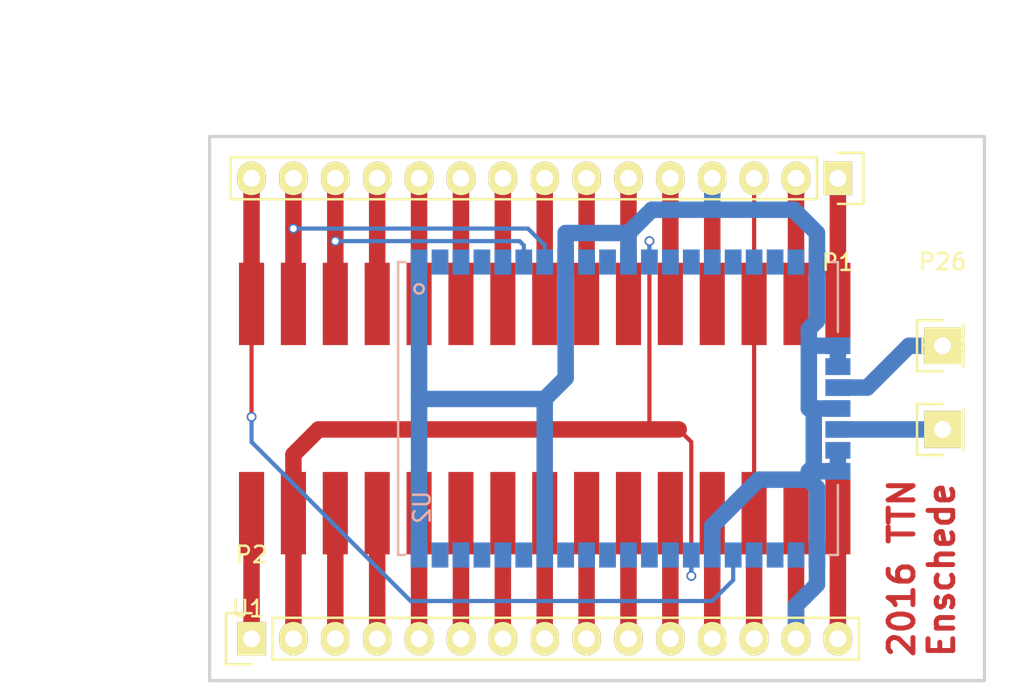
<source format=kicad_pcb>
(kicad_pcb (version 20171130) (host pcbnew "(5.1.12)-1")

  (general
    (thickness 1.6)
    (drawings 7)
    (tracks 114)
    (zones 0)
    (modules 6)
    (nets 31)
  )

  (page A4)
  (layers
    (0 F.Cu signal)
    (31 B.Cu signal)
    (32 B.Adhes user hide)
    (33 F.Adhes user hide)
    (34 B.Paste user hide)
    (35 F.Paste user hide)
    (36 B.SilkS user hide)
    (37 F.SilkS user hide)
    (38 B.Mask user hide)
    (39 F.Mask user hide)
    (40 Dwgs.User user hide)
    (41 Cmts.User user hide)
    (42 Eco1.User user hide)
    (43 Eco2.User user hide)
    (44 Edge.Cuts user)
    (45 Margin user hide)
    (46 B.CrtYd user hide)
    (47 F.CrtYd user hide)
    (48 B.Fab user hide)
    (49 F.Fab user)
  )

  (setup
    (last_trace_width 1)
    (trace_clearance 0.2)
    (zone_clearance 0.3)
    (zone_45_only yes)
    (trace_min 0.2)
    (via_size 0.6)
    (via_drill 0.4)
    (via_min_size 0.4)
    (via_min_drill 0.3)
    (uvia_size 0.3)
    (uvia_drill 0.1)
    (uvias_allowed no)
    (uvia_min_size 0.2)
    (uvia_min_drill 0.1)
    (edge_width 0.2)
    (segment_width 0.2)
    (pcb_text_width 0.3)
    (pcb_text_size 1.5 1.5)
    (mod_edge_width 0.15)
    (mod_text_size 1 1)
    (mod_text_width 0.15)
    (pad_size 1.524 1.524)
    (pad_drill 0.762)
    (pad_to_mask_clearance 0.2)
    (aux_axis_origin 0 0)
    (visible_elements 7FFFFFFF)
    (pcbplotparams
      (layerselection 0x01000_80000001)
      (usegerberextensions true)
      (usegerberattributes true)
      (usegerberadvancedattributes true)
      (creategerberjobfile true)
      (excludeedgelayer true)
      (linewidth 0.100000)
      (plotframeref false)
      (viasonmask false)
      (mode 1)
      (useauxorigin false)
      (hpglpennumber 1)
      (hpglpenspeed 20)
      (hpglpendiameter 15.000000)
      (psnegative false)
      (psa4output false)
      (plotreference false)
      (plotvalue false)
      (plotinvisibletext false)
      (padsonsilk false)
      (subtractmaskfromsilk false)
      (outputformat 1)
      (mirror false)
      (drillshape 0)
      (scaleselection 1)
      (outputdirectory "outputs/"))
  )

  (net 0 "")
  (net 1 Earth)
  (net 2 /ARDUINO_3V)
  (net 3 /SS_UART_RX)
  (net 4 /SS_UART_TX)
  (net 5 /RN_RESET)
  (net 6 /P12)
  (net 7 /P16)
  (net 8 /P1)
  (net 9 /P3)
  (net 10 /P4)
  (net 11 /P5)
  (net 12 /P6)
  (net 13 /P7)
  (net 14 /P8)
  (net 15 /P9)
  (net 16 /P10)
  (net 17 /P11)
  (net 18 /P13)
  (net 19 /P15)
  (net 20 /P17)
  (net 21 /P20)
  (net 22 /P21)
  (net 23 /P22)
  (net 24 /P23)
  (net 25 /P24)
  (net 26 /P25)
  (net 27 /P26)
  (net 28 /P27)
  (net 29 "Net-(P25-Pad1)")
  (net 30 "Net-(P26-Pad1)")

  (net_class Default "This is the default net class."
    (clearance 0.2)
    (trace_width 1)
    (via_dia 0.6)
    (via_drill 0.4)
    (uvia_dia 0.3)
    (uvia_drill 0.1)
    (add_net /ARDUINO_3V)
    (add_net /P1)
    (add_net /P10)
    (add_net /P11)
    (add_net /P12)
    (add_net /P13)
    (add_net /P15)
    (add_net /P16)
    (add_net /P17)
    (add_net /P20)
    (add_net /P21)
    (add_net /P22)
    (add_net /P23)
    (add_net /P24)
    (add_net /P25)
    (add_net /P26)
    (add_net /P27)
    (add_net /P3)
    (add_net /P4)
    (add_net /P5)
    (add_net /P6)
    (add_net /P7)
    (add_net /P8)
    (add_net /P9)
    (add_net /RN_RESET)
    (add_net /SS_UART_RX)
    (add_net /SS_UART_TX)
    (add_net Earth)
    (add_net "Net-(P25-Pad1)")
    (add_net "Net-(P26-Pad1)")
  )

  (module Socket_Strips:Socket_Strip_Straight_1x01 (layer F.Cu) (tedit 54E9F79C) (tstamp 56C73056)
    (at 142.24 81.28)
    (descr "Through hole socket strip")
    (tags "socket strip")
    (path /56C74B6E)
    (fp_text reference P25 (at 0 -5.1) (layer F.SilkS)
      (effects (font (size 1 1) (thickness 0.15)))
    )
    (fp_text value CONN_01X01 (at 0 -3.1) (layer F.Fab)
      (effects (font (size 1 1) (thickness 0.15)))
    )
    (fp_line (start -1.75 -1.75) (end -1.75 1.75) (layer F.CrtYd) (width 0.05))
    (fp_line (start 1.75 -1.75) (end 1.75 1.75) (layer F.CrtYd) (width 0.05))
    (fp_line (start -1.75 -1.75) (end 1.75 -1.75) (layer F.CrtYd) (width 0.05))
    (fp_line (start -1.75 1.75) (end 1.75 1.75) (layer F.CrtYd) (width 0.05))
    (fp_line (start 1.27 1.27) (end 1.27 -1.27) (layer F.SilkS) (width 0.15))
    (fp_line (start -1.55 -1.55) (end 0 -1.55) (layer F.SilkS) (width 0.15))
    (fp_line (start -1.55 -1.55) (end -1.55 1.55) (layer F.SilkS) (width 0.15))
    (fp_line (start -1.55 1.55) (end 0 1.55) (layer F.SilkS) (width 0.15))
    (pad 1 thru_hole rect (at 0 0) (size 2.2352 2.2352) (drill 1.016) (layers *.Cu *.Mask F.SilkS)
      (net 29 "Net-(P25-Pad1)"))
    (model Socket_Strips.3dshapes/Socket_Strip_Straight_1x01.wrl
      (at (xyz 0 0 0))
      (scale (xyz 1 1 1))
      (rotate (xyz 0 0 180))
    )
  )

  (module Socket_Strips:Socket_Strip_Straight_1x01 (layer F.Cu) (tedit 54E9F79C) (tstamp 56C7305B)
    (at 142.24 76.2)
    (descr "Through hole socket strip")
    (tags "socket strip")
    (path /56C7503B)
    (fp_text reference P26 (at 0 -5.1) (layer F.SilkS)
      (effects (font (size 1 1) (thickness 0.15)))
    )
    (fp_text value CONN_01X01 (at 0 -3.1) (layer F.Fab)
      (effects (font (size 1 1) (thickness 0.15)))
    )
    (fp_line (start -1.75 -1.75) (end -1.75 1.75) (layer F.CrtYd) (width 0.05))
    (fp_line (start 1.75 -1.75) (end 1.75 1.75) (layer F.CrtYd) (width 0.05))
    (fp_line (start -1.75 -1.75) (end 1.75 -1.75) (layer F.CrtYd) (width 0.05))
    (fp_line (start -1.75 1.75) (end 1.75 1.75) (layer F.CrtYd) (width 0.05))
    (fp_line (start 1.27 1.27) (end 1.27 -1.27) (layer F.SilkS) (width 0.15))
    (fp_line (start -1.55 -1.55) (end 0 -1.55) (layer F.SilkS) (width 0.15))
    (fp_line (start -1.55 -1.55) (end -1.55 1.55) (layer F.SilkS) (width 0.15))
    (fp_line (start -1.55 1.55) (end 0 1.55) (layer F.SilkS) (width 0.15))
    (pad 1 thru_hole rect (at 0 0) (size 2.2352 2.2352) (drill 1.016) (layers *.Cu *.Mask F.SilkS)
      (net 30 "Net-(P26-Pad1)"))
    (model Socket_Strips.3dshapes/Socket_Strip_Straight_1x01.wrl
      (at (xyz 0 0 0))
      (scale (xyz 1 1 1))
      (rotate (xyz 0 0 180))
    )
  )

  (module My_Library:RN2483 (layer B.Cu) (tedit 5643193A) (tstamp 56C730B0)
    (at 109.22 88.9 90)
    (path /56C7285F)
    (fp_text reference U2 (at 2.8956 1.4478 90) (layer B.SilkS)
      (effects (font (size 1 1) (thickness 0.15)) (justify mirror))
    )
    (fp_text value RN2483 (at 4.7752 24.2062 90) (layer B.Fab) hide
      (effects (font (size 1 1) (thickness 0.15)) (justify mirror))
    )
    (fp_circle (center 16.1544 1.27) (end 16.2814 1.016) (layer B.SilkS) (width 0.15))
    (fp_line (start 0 0) (end 0 0.4318) (layer B.SilkS) (width 0.15))
    (fp_line (start 17.78 0) (end 17.78 0.4318) (layer B.SilkS) (width 0.15))
    (fp_line (start 17.78 26.67) (end 17.78 26.2382) (layer B.SilkS) (width 0.15))
    (fp_line (start 13.97 26.67) (end 13.5382 26.67) (layer B.SilkS) (width 0.15))
    (fp_line (start 0 26.67) (end 0 26.1112) (layer B.SilkS) (width 0.15))
    (fp_line (start 3.81 26.67) (end 4.2418 26.67) (layer B.SilkS) (width 0.15))
    (fp_line (start 13.97 26.67) (end 17.78 26.67) (layer B.SilkS) (width 0.15))
    (fp_line (start 0 26.67) (end 3.81 26.67) (layer B.SilkS) (width 0.15))
    (fp_line (start 0 0) (end 17.78 0) (layer B.SilkS) (width 0.15))
    (pad 47 smd rect (at 0 1.27 90) (size 1.524 1.016) (layers B.Cu B.Paste B.Mask)
      (net 1 Earth))
    (pad 46 smd rect (at 0 2.54 90) (size 1.524 1.016) (layers B.Cu B.Paste B.Mask))
    (pad 45 smd rect (at 0 3.81 90) (size 1.524 1.016) (layers B.Cu B.Paste B.Mask))
    (pad 44 smd rect (at 0 5.08 90) (size 1.524 1.016) (layers B.Cu B.Paste B.Mask))
    (pad 43 smd rect (at 0 6.35 90) (size 1.524 1.016) (layers B.Cu B.Paste B.Mask))
    (pad 42 smd rect (at 0 7.62 90) (size 1.524 1.016) (layers B.Cu B.Paste B.Mask))
    (pad 41 smd rect (at 0 8.89 90) (size 1.524 1.016) (layers B.Cu B.Paste B.Mask)
      (net 1 Earth))
    (pad 40 smd rect (at 0 10.16 90) (size 1.524 1.016) (layers B.Cu B.Paste B.Mask))
    (pad 39 smd rect (at 0 11.43 90) (size 1.524 1.016) (layers B.Cu B.Paste B.Mask))
    (pad 38 smd rect (at 0 12.7 90) (size 1.524 1.016) (layers B.Cu B.Paste B.Mask))
    (pad 37 smd rect (at 0 13.97 90) (size 1.524 1.016) (layers B.Cu B.Paste B.Mask))
    (pad 36 smd rect (at 0 15.24 90) (size 1.524 1.016) (layers B.Cu B.Paste B.Mask))
    (pad 35 smd rect (at 0 16.51 90) (size 1.524 1.016) (layers B.Cu B.Paste B.Mask))
    (pad 34 smd rect (at 0 17.78 90) (size 1.524 1.016) (layers B.Cu B.Paste B.Mask)
      (net 2 /ARDUINO_3V))
    (pad 33 smd rect (at 0 19.05 90) (size 1.524 1.016) (layers B.Cu B.Paste B.Mask)
      (net 1 Earth))
    (pad 32 smd rect (at 0 20.32 90) (size 1.524 1.016) (layers B.Cu B.Paste B.Mask)
      (net 5 /RN_RESET))
    (pad 31 smd rect (at 0 21.59 90) (size 1.524 1.016) (layers B.Cu B.Paste B.Mask))
    (pad 30 smd rect (at 0 22.86 90) (size 1.524 1.016) (layers B.Cu B.Paste B.Mask))
    (pad 29 smd rect (at 0 24.13 90) (size 1.524 1.016) (layers B.Cu B.Paste B.Mask))
    (pad 28 smd rect (at 0 25.4 90) (size 1.524 1.016) (layers B.Cu B.Paste B.Mask)
      (net 1 Earth))
    (pad 20 smd rect (at 17.78 25.4 90) (size 1.524 1.016) (layers B.Cu B.Paste B.Mask)
      (net 1 Earth))
    (pad 27 smd rect (at 5.08 26.67 90) (size 1.016 1.524) (layers B.Cu B.Paste B.Mask)
      (net 1 Earth))
    (pad 26 smd rect (at 6.35 26.67 90) (size 1.016 1.524) (layers B.Cu B.Paste B.Mask)
      (net 1 Earth))
    (pad 25 smd rect (at 7.62 26.67 90) (size 1.016 1.524) (layers B.Cu B.Paste B.Mask)
      (net 29 "Net-(P25-Pad1)"))
    (pad 24 smd rect (at 8.89 26.67 90) (size 1.016 1.524) (layers B.Cu B.Paste B.Mask)
      (net 1 Earth))
    (pad 23 smd rect (at 10.16 26.67 90) (size 1.016 1.524) (layers B.Cu B.Paste B.Mask)
      (net 30 "Net-(P26-Pad1)"))
    (pad 22 smd rect (at 11.43 26.67 90) (size 1.016 1.524) (layers B.Cu B.Paste B.Mask)
      (net 1 Earth))
    (pad 21 smd rect (at 12.7 26.67 90) (size 1.016 1.524) (layers B.Cu B.Paste B.Mask)
      (net 1 Earth))
    (pad 19 smd rect (at 17.78 24.13 90) (size 1.524 1.016) (layers B.Cu B.Paste B.Mask))
    (pad 18 smd rect (at 17.78 22.86 90) (size 1.524 1.016) (layers B.Cu B.Paste B.Mask))
    (pad 17 smd rect (at 17.78 21.59 90) (size 1.524 1.016) (layers B.Cu B.Paste B.Mask))
    (pad 16 smd rect (at 17.78 20.32 90) (size 1.524 1.016) (layers B.Cu B.Paste B.Mask))
    (pad 15 smd rect (at 17.78 19.05 90) (size 1.524 1.016) (layers B.Cu B.Paste B.Mask))
    (pad 14 smd rect (at 17.78 17.78 90) (size 1.524 1.016) (layers B.Cu B.Paste B.Mask))
    (pad 13 smd rect (at 17.78 16.51 90) (size 1.524 1.016) (layers B.Cu B.Paste B.Mask))
    (pad 12 smd rect (at 17.78 15.24 90) (size 1.524 1.016) (layers B.Cu B.Paste B.Mask)
      (net 2 /ARDUINO_3V))
    (pad 11 smd rect (at 17.78 13.97 90) (size 1.524 1.016) (layers B.Cu B.Paste B.Mask)
      (net 1 Earth))
    (pad 10 smd rect (at 17.78 12.7 90) (size 1.524 1.016) (layers B.Cu B.Paste B.Mask))
    (pad 9 smd rect (at 17.78 11.43 90) (size 1.524 1.016) (layers B.Cu B.Paste B.Mask))
    (pad 8 smd rect (at 17.78 10.16 90) (size 1.524 1.016) (layers B.Cu B.Paste B.Mask)
      (net 1 Earth))
    (pad 7 smd rect (at 17.78 8.89 90) (size 1.524 1.016) (layers B.Cu B.Paste B.Mask)
      (net 4 /SS_UART_TX))
    (pad 6 smd rect (at 17.78 7.62 90) (size 1.524 1.016) (layers B.Cu B.Paste B.Mask)
      (net 3 /SS_UART_RX))
    (pad 5 smd rect (at 17.78 6.35 90) (size 1.524 1.016) (layers B.Cu B.Paste B.Mask))
    (pad 4 smd rect (at 17.78 5.08 90) (size 1.524 1.016) (layers B.Cu B.Paste B.Mask))
    (pad 3 smd rect (at 17.78 3.81 90) (size 1.524 1.016) (layers B.Cu B.Paste B.Mask))
    (pad 2 smd rect (at 17.78 2.54 90) (size 1.524 1.016) (layers B.Cu B.Paste B.Mask))
    (pad 1 smd rect (at 17.78 1.27 90) (size 1.524 1.016) (layers B.Cu B.Paste B.Mask)
      (net 1 Earth))
  )

  (module Socket_Strips:Socket_Strip_Straight_1x15 (layer F.Cu) (tedit 0) (tstamp 56C732A6)
    (at 135.89 66.04 180)
    (descr "Through hole socket strip")
    (tags "socket strip")
    (path /56C794D5)
    (fp_text reference P1 (at 0 -5.1 180) (layer F.SilkS)
      (effects (font (size 1 1) (thickness 0.15)))
    )
    (fp_text value CONN_01X15 (at 0 -3.1 180) (layer F.Fab)
      (effects (font (size 1 1) (thickness 0.15)))
    )
    (fp_line (start -1.75 -1.75) (end -1.75 1.75) (layer F.CrtYd) (width 0.05))
    (fp_line (start 37.35 -1.75) (end 37.35 1.75) (layer F.CrtYd) (width 0.05))
    (fp_line (start -1.75 -1.75) (end 37.35 -1.75) (layer F.CrtYd) (width 0.05))
    (fp_line (start -1.75 1.75) (end 37.35 1.75) (layer F.CrtYd) (width 0.05))
    (fp_line (start 1.27 -1.27) (end 36.83 -1.27) (layer F.SilkS) (width 0.15))
    (fp_line (start 36.83 -1.27) (end 36.83 1.27) (layer F.SilkS) (width 0.15))
    (fp_line (start 36.83 1.27) (end 1.27 1.27) (layer F.SilkS) (width 0.15))
    (fp_line (start -1.55 1.55) (end 0 1.55) (layer F.SilkS) (width 0.15))
    (fp_line (start 1.27 1.27) (end 1.27 -1.27) (layer F.SilkS) (width 0.15))
    (fp_line (start 0 -1.55) (end -1.55 -1.55) (layer F.SilkS) (width 0.15))
    (fp_line (start -1.55 -1.55) (end -1.55 1.55) (layer F.SilkS) (width 0.15))
    (pad 1 thru_hole rect (at 0 0 180) (size 1.7272 2.032) (drill 1.016) (layers *.Cu *.Mask F.SilkS)
      (net 7 /P16))
    (pad 2 thru_hole oval (at 2.54 0 180) (size 1.7272 2.032) (drill 1.016) (layers *.Cu *.Mask F.SilkS)
      (net 20 /P17))
    (pad 3 thru_hole oval (at 5.08 0 180) (size 1.7272 2.032) (drill 1.016) (layers *.Cu *.Mask F.SilkS)
      (net 18 /P13))
    (pad 4 thru_hole oval (at 7.62 0 180) (size 1.7272 2.032) (drill 1.016) (layers *.Cu *.Mask F.SilkS)
      (net 1 Earth))
    (pad 5 thru_hole oval (at 10.16 0 180) (size 1.7272 2.032) (drill 1.016) (layers *.Cu *.Mask F.SilkS)
      (net 21 /P20))
    (pad 6 thru_hole oval (at 12.7 0 180) (size 1.7272 2.032) (drill 1.016) (layers *.Cu *.Mask F.SilkS)
      (net 22 /P21))
    (pad 7 thru_hole oval (at 15.24 0 180) (size 1.7272 2.032) (drill 1.016) (layers *.Cu *.Mask F.SilkS)
      (net 23 /P22))
    (pad 8 thru_hole oval (at 17.78 0 180) (size 1.7272 2.032) (drill 1.016) (layers *.Cu *.Mask F.SilkS)
      (net 24 /P23))
    (pad 9 thru_hole oval (at 20.32 0 180) (size 1.7272 2.032) (drill 1.016) (layers *.Cu *.Mask F.SilkS)
      (net 25 /P24))
    (pad 10 thru_hole oval (at 22.86 0 180) (size 1.7272 2.032) (drill 1.016) (layers *.Cu *.Mask F.SilkS)
      (net 26 /P25))
    (pad 11 thru_hole oval (at 25.4 0 180) (size 1.7272 2.032) (drill 1.016) (layers *.Cu *.Mask F.SilkS)
      (net 27 /P26))
    (pad 12 thru_hole oval (at 27.94 0 180) (size 1.7272 2.032) (drill 1.016) (layers *.Cu *.Mask F.SilkS)
      (net 28 /P27))
    (pad 13 thru_hole oval (at 30.48 0 180) (size 1.7272 2.032) (drill 1.016) (layers *.Cu *.Mask F.SilkS)
      (net 3 /SS_UART_RX))
    (pad 14 thru_hole oval (at 33.02 0 180) (size 1.7272 2.032) (drill 1.016) (layers *.Cu *.Mask F.SilkS)
      (net 4 /SS_UART_TX))
    (pad 15 thru_hole oval (at 35.56 0 180) (size 1.7272 2.032) (drill 1.016) (layers *.Cu *.Mask F.SilkS)
      (net 5 /RN_RESET))
    (model Socket_Strips.3dshapes/Socket_Strip_Straight_1x15.wrl
      (offset (xyz 17.77999973297119 0 0))
      (scale (xyz 1 1 1))
      (rotate (xyz 0 0 180))
    )
  )

  (module Socket_Strips:Socket_Strip_Straight_1x15 (layer F.Cu) (tedit 0) (tstamp 56C732B8)
    (at 100.33 93.98)
    (descr "Through hole socket strip")
    (tags "socket strip")
    (path /56C79532)
    (fp_text reference P2 (at 0 -5.1) (layer F.SilkS)
      (effects (font (size 1 1) (thickness 0.15)))
    )
    (fp_text value CONN_01X15 (at 0 -3.1) (layer F.Fab)
      (effects (font (size 1 1) (thickness 0.15)))
    )
    (fp_line (start -1.75 -1.75) (end -1.75 1.75) (layer F.CrtYd) (width 0.05))
    (fp_line (start 37.35 -1.75) (end 37.35 1.75) (layer F.CrtYd) (width 0.05))
    (fp_line (start -1.75 -1.75) (end 37.35 -1.75) (layer F.CrtYd) (width 0.05))
    (fp_line (start -1.75 1.75) (end 37.35 1.75) (layer F.CrtYd) (width 0.05))
    (fp_line (start 1.27 -1.27) (end 36.83 -1.27) (layer F.SilkS) (width 0.15))
    (fp_line (start 36.83 -1.27) (end 36.83 1.27) (layer F.SilkS) (width 0.15))
    (fp_line (start 36.83 1.27) (end 1.27 1.27) (layer F.SilkS) (width 0.15))
    (fp_line (start -1.55 1.55) (end 0 1.55) (layer F.SilkS) (width 0.15))
    (fp_line (start 1.27 1.27) (end 1.27 -1.27) (layer F.SilkS) (width 0.15))
    (fp_line (start 0 -1.55) (end -1.55 -1.55) (layer F.SilkS) (width 0.15))
    (fp_line (start -1.55 -1.55) (end -1.55 1.55) (layer F.SilkS) (width 0.15))
    (pad 1 thru_hole rect (at 0 0) (size 1.7272 2.032) (drill 1.016) (layers *.Cu *.Mask F.SilkS)
      (net 8 /P1))
    (pad 2 thru_hole oval (at 2.54 0) (size 1.7272 2.032) (drill 1.016) (layers *.Cu *.Mask F.SilkS)
      (net 2 /ARDUINO_3V))
    (pad 3 thru_hole oval (at 5.08 0) (size 1.7272 2.032) (drill 1.016) (layers *.Cu *.Mask F.SilkS)
      (net 9 /P3))
    (pad 4 thru_hole oval (at 7.62 0) (size 1.7272 2.032) (drill 1.016) (layers *.Cu *.Mask F.SilkS)
      (net 10 /P4))
    (pad 5 thru_hole oval (at 10.16 0) (size 1.7272 2.032) (drill 1.016) (layers *.Cu *.Mask F.SilkS)
      (net 11 /P5))
    (pad 6 thru_hole oval (at 12.7 0) (size 1.7272 2.032) (drill 1.016) (layers *.Cu *.Mask F.SilkS)
      (net 12 /P6))
    (pad 7 thru_hole oval (at 15.24 0) (size 1.7272 2.032) (drill 1.016) (layers *.Cu *.Mask F.SilkS)
      (net 13 /P7))
    (pad 8 thru_hole oval (at 17.78 0) (size 1.7272 2.032) (drill 1.016) (layers *.Cu *.Mask F.SilkS)
      (net 14 /P8))
    (pad 9 thru_hole oval (at 20.32 0) (size 1.7272 2.032) (drill 1.016) (layers *.Cu *.Mask F.SilkS)
      (net 15 /P9))
    (pad 10 thru_hole oval (at 22.86 0) (size 1.7272 2.032) (drill 1.016) (layers *.Cu *.Mask F.SilkS)
      (net 16 /P10))
    (pad 11 thru_hole oval (at 25.4 0) (size 1.7272 2.032) (drill 1.016) (layers *.Cu *.Mask F.SilkS)
      (net 17 /P11))
    (pad 12 thru_hole oval (at 27.94 0) (size 1.7272 2.032) (drill 1.016) (layers *.Cu *.Mask F.SilkS)
      (net 6 /P12))
    (pad 13 thru_hole oval (at 30.48 0) (size 1.7272 2.032) (drill 1.016) (layers *.Cu *.Mask F.SilkS)
      (net 18 /P13))
    (pad 14 thru_hole oval (at 33.02 0) (size 1.7272 2.032) (drill 1.016) (layers *.Cu *.Mask F.SilkS)
      (net 1 Earth))
    (pad 15 thru_hole oval (at 35.56 0) (size 1.7272 2.032) (drill 1.016) (layers *.Cu *.Mask F.SilkS)
      (net 19 /P15))
    (model Socket_Strips.3dshapes/Socket_Strip_Straight_1x15.wrl
      (offset (xyz 17.77999973297119 0 0))
      (scale (xyz 1 1 1))
      (rotate (xyz 0 0 180))
    )
  )

  (module My_Library:SMT_ARDUINO_NANO (layer F.Cu) (tedit 56C738D6) (tstamp 56C73B77)
    (at 100.33 86.36)
    (path /56C72786)
    (fp_text reference U1 (at -0.2 5.8) (layer F.SilkS)
      (effects (font (size 1 1) (thickness 0.15)))
    )
    (fp_text value arduino_mini (at 0.3 4.3) (layer F.Fab)
      (effects (font (size 1 1) (thickness 0.15)))
    )
    (pad 1 smd rect (at 0 0) (size 1.524 5) (layers F.Cu F.Paste F.Mask)
      (net 8 /P1))
    (pad 2 smd rect (at 2.54 0) (size 1.524 5) (layers F.Cu F.Paste F.Mask)
      (net 2 /ARDUINO_3V))
    (pad 3 smd rect (at 5.08 0) (size 1.524 5) (layers F.Cu F.Paste F.Mask)
      (net 9 /P3))
    (pad 4 smd rect (at 7.62 0) (size 1.524 5) (layers F.Cu F.Paste F.Mask)
      (net 10 /P4))
    (pad 5 smd rect (at 10.16 0) (size 1.524 5) (layers F.Cu F.Paste F.Mask)
      (net 11 /P5))
    (pad 6 smd rect (at 12.7 0) (size 1.524 5) (layers F.Cu F.Paste F.Mask)
      (net 12 /P6))
    (pad 7 smd rect (at 15.24 0) (size 1.524 5) (layers F.Cu F.Paste F.Mask)
      (net 13 /P7))
    (pad 8 smd rect (at 17.78 0) (size 1.524 5) (layers F.Cu F.Paste F.Mask)
      (net 14 /P8))
    (pad 9 smd rect (at 20.32 0) (size 1.524 5) (layers F.Cu F.Paste F.Mask)
      (net 15 /P9))
    (pad 10 smd rect (at 22.86 0) (size 1.524 5) (layers F.Cu F.Paste F.Mask)
      (net 16 /P10))
    (pad 11 smd rect (at 25.4 0) (size 1.524 5) (layers F.Cu F.Paste F.Mask)
      (net 17 /P11))
    (pad 12 smd rect (at 27.94 0) (size 1.524 5) (layers F.Cu F.Paste F.Mask)
      (net 6 /P12))
    (pad 13 smd rect (at 30.48 0) (size 1.524 5) (layers F.Cu F.Paste F.Mask)
      (net 18 /P13))
    (pad 14 smd rect (at 33.02 0) (size 1.524 5) (layers F.Cu F.Paste F.Mask)
      (net 1 Earth))
    (pad 15 smd rect (at 35.56 0) (size 1.524 5) (layers F.Cu F.Paste F.Mask)
      (net 19 /P15))
    (pad 16 smd rect (at 35.56 -12.7) (size 1.524 5) (layers F.Cu F.Paste F.Mask)
      (net 7 /P16))
    (pad 17 smd rect (at 33.02 -12.7) (size 1.524 5) (layers F.Cu F.Paste F.Mask)
      (net 20 /P17))
    (pad 18 smd rect (at 30.48 -12.7) (size 1.524 5) (layers F.Cu F.Paste F.Mask)
      (net 18 /P13))
    (pad 19 smd rect (at 27.94 -12.7) (size 1.524 5) (layers F.Cu F.Paste F.Mask)
      (net 1 Earth))
    (pad 20 smd rect (at 25.4 -12.7) (size 1.524 5) (layers F.Cu F.Paste F.Mask)
      (net 21 /P20))
    (pad 21 smd rect (at 22.86 -12.7) (size 1.524 5) (layers F.Cu F.Paste F.Mask)
      (net 22 /P21))
    (pad 22 smd rect (at 20.32 -12.7) (size 1.524 5) (layers F.Cu F.Paste F.Mask)
      (net 23 /P22))
    (pad 23 smd rect (at 17.78 -12.7) (size 1.524 5) (layers F.Cu F.Paste F.Mask)
      (net 24 /P23))
    (pad 24 smd rect (at 15.24 -12.7) (size 1.524 5) (layers F.Cu F.Paste F.Mask)
      (net 25 /P24))
    (pad 25 smd rect (at 12.7 -12.7) (size 1.524 5) (layers F.Cu F.Paste F.Mask)
      (net 26 /P25))
    (pad 26 smd rect (at 10.16 -12.7) (size 1.524 5) (layers F.Cu F.Paste F.Mask)
      (net 27 /P26))
    (pad 27 smd rect (at 7.62 -12.7) (size 1.524 5) (layers F.Cu F.Paste F.Mask)
      (net 28 /P27))
    (pad 28 smd rect (at 5.08 -12.7) (size 1.524 5) (layers F.Cu F.Paste F.Mask)
      (net 3 /SS_UART_RX))
    (pad 29 smd rect (at 2.54 -12.7) (size 1.524 5) (layers F.Cu F.Paste F.Mask)
      (net 4 /SS_UART_TX))
    (pad 30 smd rect (at 0 -12.7) (size 1.524 5) (layers F.Cu F.Paste F.Mask)
      (net 5 /RN_RESET))
  )

  (dimension 33.02 (width 0.3) (layer F.Fab)
    (gr_text "33.020 mm" (at 91.36 80.01 270) (layer F.Fab)
      (effects (font (size 1.5 1.5) (thickness 0.3)))
    )
    (feature1 (pts (xy 97.79 96.52) (xy 90.01 96.52)))
    (feature2 (pts (xy 97.79 63.5) (xy 90.01 63.5)))
    (crossbar (pts (xy 92.71 63.5) (xy 92.71 96.52)))
    (arrow1a (pts (xy 92.71 96.52) (xy 92.123579 95.393496)))
    (arrow1b (pts (xy 92.71 96.52) (xy 93.296421 95.393496)))
    (arrow2a (pts (xy 92.71 63.5) (xy 92.123579 64.626504)))
    (arrow2b (pts (xy 92.71 63.5) (xy 93.296421 64.626504)))
  )
  (dimension 46.99 (width 0.3) (layer F.Fab)
    (gr_text "46.990 mm" (at 121.285 57.07) (layer F.Fab)
      (effects (font (size 1.5 1.5) (thickness 0.3)))
    )
    (feature1 (pts (xy 144.78 63.5) (xy 144.78 55.72)))
    (feature2 (pts (xy 97.79 63.5) (xy 97.79 55.72)))
    (crossbar (pts (xy 97.79 58.42) (xy 144.78 58.42)))
    (arrow1a (pts (xy 144.78 58.42) (xy 143.653496 59.006421)))
    (arrow1b (pts (xy 144.78 58.42) (xy 143.653496 57.833579)))
    (arrow2a (pts (xy 97.79 58.42) (xy 98.916504 59.006421)))
    (arrow2b (pts (xy 97.79 58.42) (xy 98.916504 57.833579)))
  )
  (gr_line (start 97.79 63.5) (end 144.78 63.5) (angle 90) (layer Edge.Cuts) (width 0.2))
  (gr_line (start 97.79 96.52) (end 97.79 63.5) (angle 90) (layer Edge.Cuts) (width 0.2))
  (gr_line (start 144.78 96.52) (end 97.79 96.52) (angle 90) (layer Edge.Cuts) (width 0.2))
  (gr_line (start 144.78 63.5) (end 144.78 96.52) (angle 90) (layer Edge.Cuts) (width 0.2))
  (gr_text "2016 TTN\nEnschede" (at 140.97 95.25 90) (layer F.Cu)
    (effects (font (size 1.5 1.5) (thickness 0.3)) (justify left))
  )

  (segment (start 118.11 79.43) (end 110.49 79.43) (width 1) (layer B.Cu) (net 1))
  (segment (start 119.38 71.12) (end 119.38 78.16) (width 1) (layer B.Cu) (net 1))
  (segment (start 119.38 78.16) (end 118.11 79.43) (width 1) (layer B.Cu) (net 1))
  (segment (start 118.11 79.43) (end 118.11 88.9) (width 1) (layer B.Cu) (net 1))
  (segment (start 110.49 79.43) (end 110.49 88.9) (width 1) (layer B.Cu) (net 1))
  (segment (start 110.49 71.12) (end 110.49 79.43) (width 1) (layer B.Cu) (net 1))
  (segment (start 119.38 70.239) (end 119.38 71.12) (width 1) (layer B.Cu) (net 1))
  (segment (start 119.38 70.239) (end 119.38 69.358) (width 1) (layer B.Cu) (net 1))
  (segment (start 128.27 88.9) (end 128.27 87.138) (width 1) (layer B.Cu) (net 1))
  (segment (start 134.128 84.328) (end 131.08 84.328) (width 1) (layer B.Cu) (net 1))
  (segment (start 131.08 84.328) (end 128.27 87.138) (width 1) (layer B.Cu) (net 1))
  (segment (start 134.128 84.328) (end 134.62 84.82) (width 1) (layer B.Cu) (net 1))
  (segment (start 134.62 84.82) (end 134.62 88.9) (width 1) (layer B.Cu) (net 1))
  (segment (start 134.128 83.82) (end 134.128 84.328) (width 1) (layer B.Cu) (net 1))
  (segment (start 134.4278 80.01) (end 134.4278 83.5202) (width 1) (layer B.Cu) (net 1))
  (segment (start 134.4278 83.5202) (end 134.128 83.82) (width 1) (layer B.Cu) (net 1))
  (segment (start 134.4278 80.01) (end 134.128 80.01) (width 1) (layer B.Cu) (net 1))
  (segment (start 134.578 80.01) (end 134.4278 80.01) (width 1) (layer B.Cu) (net 1))
  (segment (start 135.89 80.01) (end 134.578 80.01) (width 1) (layer B.Cu) (net 1))
  (segment (start 135.89 83.82) (end 134.128 83.82) (width 1) (layer B.Cu) (net 1))
  (segment (start 135.89 82.55) (end 135.89 83.82) (width 1) (layer B.Cu) (net 1))
  (segment (start 134.128 80.01) (end 134.128 76.2) (width 1) (layer B.Cu) (net 1))
  (segment (start 135.89 76.2) (end 134.128 76.2) (width 1) (layer B.Cu) (net 1))
  (segment (start 134.128 76.2) (end 134.128 75.184) (width 1) (layer B.Cu) (net 1))
  (segment (start 134.128 75.184) (end 134.62 74.692) (width 1) (layer B.Cu) (net 1))
  (segment (start 134.62 74.692) (end 134.62 71.12) (width 1) (layer B.Cu) (net 1))
  (segment (start 135.89 76.2) (end 135.89 77.47) (width 1) (layer B.Cu) (net 1))
  (segment (start 128.27 67.9459) (end 133.2079 67.9459) (width 1) (layer B.Cu) (net 1))
  (segment (start 133.2079 67.9459) (end 134.62 69.358) (width 1) (layer B.Cu) (net 1))
  (segment (start 123.19 69.358) (end 124.6021 67.9459) (width 1) (layer B.Cu) (net 1))
  (segment (start 124.6021 67.9459) (end 128.27 67.9459) (width 1) (layer B.Cu) (net 1))
  (segment (start 128.27 66.04) (end 128.27 67.9459) (width 1) (layer B.Cu) (net 1))
  (segment (start 134.62 71.12) (end 134.62 69.358) (width 1) (layer B.Cu) (net 1))
  (segment (start 119.38 69.358) (end 123.19 69.358) (width 1) (layer B.Cu) (net 1))
  (segment (start 123.19 71.12) (end 123.19 69.358) (width 1) (layer B.Cu) (net 1))
  (segment (start 133.35 93.98) (end 133.35 91.964) (width 1) (layer B.Cu) (net 1))
  (segment (start 133.35 91.964) (end 134.62 90.694) (width 1) (layer B.Cu) (net 1))
  (segment (start 134.62 90.694) (end 134.62 88.9) (width 1) (layer B.Cu) (net 1))
  (segment (start 133.35 86.36) (end 133.35 93.98) (width 1) (layer F.Cu) (net 1))
  (segment (start 128.27 73.66) (end 128.27 66.04) (width 1) (layer F.Cu) (net 1))
  (segment (start 124.46 81.28) (end 126.238 81.28) (width 1) (layer F.Cu) (net 2))
  (segment (start 102.87 86.36) (end 102.87 82.804) (width 1) (layer F.Cu) (net 2))
  (segment (start 102.87 82.804) (end 104.394 81.28) (width 1) (layer F.Cu) (net 2))
  (segment (start 104.394 81.28) (end 124.46 81.28) (width 1) (layer F.Cu) (net 2))
  (segment (start 102.87 93.98) (end 102.87 86.36) (width 1) (layer F.Cu) (net 2))
  (segment (start 126.238 81.28) (end 127 82.042) (width 0.254) (layer F.Cu) (net 2))
  (segment (start 127 82.042) (end 127 90.17) (width 0.254) (layer F.Cu) (net 2))
  (segment (start 127 90.17) (end 127 88.9) (width 0.254) (layer B.Cu) (net 2))
  (segment (start 124.46 69.85) (end 124.46 71.12) (width 0.254) (layer B.Cu) (net 2))
  (segment (start 124.46 81.28) (end 124.46 69.85) (width 0.254) (layer F.Cu) (net 2))
  (via (at 127 90.17) (size 0.6) (layers F.Cu B.Cu) (net 2))
  (via (at 124.46 69.85) (size 0.6) (layers F.Cu B.Cu) (net 2))
  (segment (start 105.41 73.025) (end 105.41 73.66) (width 1) (layer F.Cu) (net 3))
  (segment (start 105.41 73.025) (end 105.41 69.85) (width 1) (layer F.Cu) (net 3))
  (segment (start 105.41 69.85) (end 105.41 66.04) (width 1) (layer F.Cu) (net 3))
  (segment (start 116.84 71.12) (end 116.84 70.104) (width 0.254) (layer B.Cu) (net 3))
  (segment (start 116.84 70.104) (end 116.586 69.85) (width 0.254) (layer B.Cu) (net 3))
  (segment (start 116.586 69.85) (end 105.41 69.85) (width 0.254) (layer B.Cu) (net 3))
  (via (at 105.41 69.85) (size 0.6) (layers F.Cu B.Cu) (net 3))
  (segment (start 102.87 73.025) (end 102.87 73.66) (width 1) (layer F.Cu) (net 4))
  (segment (start 102.87 73.025) (end 102.87 69.088) (width 1) (layer F.Cu) (net 4))
  (segment (start 102.87 69.088) (end 102.87 66.04) (width 1) (layer F.Cu) (net 4))
  (segment (start 118.11 71.12) (end 118.11 70.104) (width 0.254) (layer B.Cu) (net 4))
  (segment (start 118.11 70.104) (end 117.094 69.088) (width 0.254) (layer B.Cu) (net 4))
  (segment (start 117.094 69.088) (end 102.87 69.088) (width 0.254) (layer B.Cu) (net 4))
  (via (at 102.87 69.088) (size 0.6) (layers F.Cu B.Cu) (net 4))
  (segment (start 100.33 73.66) (end 100.33 73.025) (width 1) (layer F.Cu) (net 5))
  (segment (start 100.33 80.518) (end 100.33 73.66) (width 0.254) (layer F.Cu) (net 5))
  (segment (start 100.33 73.025) (end 100.33 66.04) (width 1) (layer F.Cu) (net 5))
  (segment (start 129.54 88.9) (end 129.54 90.424) (width 0.254) (layer B.Cu) (net 5))
  (segment (start 129.54 90.424) (end 128.27 91.694) (width 0.254) (layer B.Cu) (net 5))
  (segment (start 128.27 91.694) (end 109.982 91.694) (width 0.254) (layer B.Cu) (net 5))
  (segment (start 109.982 91.694) (end 100.33 82.042) (width 0.254) (layer B.Cu) (net 5))
  (segment (start 100.33 82.042) (end 100.33 80.518) (width 0.254) (layer B.Cu) (net 5))
  (via (at 100.33 80.518) (size 0.6) (layers F.Cu B.Cu) (net 5))
  (segment (start 128.27 86.36) (end 128.27 93.98) (width 1) (layer F.Cu) (net 6))
  (segment (start 135.89 73.025) (end 135.89 73.66) (width 1) (layer F.Cu) (net 7))
  (segment (start 135.89 73.025) (end 135.89 66.04) (width 1) (layer F.Cu) (net 7))
  (segment (start 100.33 93.98) (end 100.33 86.36) (width 1) (layer F.Cu) (net 8))
  (segment (start 105.41 93.98) (end 105.41 86.36) (width 1) (layer F.Cu) (net 9))
  (segment (start 107.95 93.98) (end 107.95 86.36) (width 1) (layer F.Cu) (net 10))
  (segment (start 110.49 93.98) (end 110.49 86.36) (width 1) (layer F.Cu) (net 11))
  (segment (start 113.03 93.98) (end 113.03 86.36) (width 1) (layer F.Cu) (net 12))
  (segment (start 115.57 93.98) (end 115.57 86.36) (width 1) (layer F.Cu) (net 13))
  (segment (start 118.11 93.98) (end 118.11 86.36) (width 1) (layer F.Cu) (net 14))
  (segment (start 120.65 93.98) (end 120.65 86.36) (width 1) (layer F.Cu) (net 15))
  (segment (start 123.19 93.98) (end 123.19 86.36) (width 1) (layer F.Cu) (net 16))
  (segment (start 125.73 93.98) (end 125.73 86.36) (width 1) (layer F.Cu) (net 17))
  (segment (start 130.81 73.66) (end 130.81 66.04) (width 0.254) (layer F.Cu) (net 18))
  (segment (start 130.81 86.36) (end 130.81 73.66) (width 0.254) (layer F.Cu) (net 18))
  (segment (start 130.81 93.98) (end 130.81 86.36) (width 1) (layer F.Cu) (net 18))
  (segment (start 135.89 86.36) (end 135.89 93.98) (width 1) (layer F.Cu) (net 19))
  (segment (start 133.35 73.025) (end 133.35 73.66) (width 1) (layer F.Cu) (net 20))
  (segment (start 133.35 73.025) (end 133.35 66.04) (width 1) (layer F.Cu) (net 20))
  (segment (start 125.73 73.025) (end 125.73 73.66) (width 1) (layer F.Cu) (net 21))
  (segment (start 125.73 73.025) (end 125.73 66.04) (width 1) (layer F.Cu) (net 21))
  (segment (start 123.19 73.025) (end 123.19 73.66) (width 1) (layer F.Cu) (net 22))
  (segment (start 123.19 73.025) (end 123.19 66.04) (width 1) (layer F.Cu) (net 22))
  (segment (start 120.65 73.025) (end 120.65 73.66) (width 1) (layer F.Cu) (net 23))
  (segment (start 120.65 73.025) (end 120.65 66.04) (width 1) (layer F.Cu) (net 23))
  (segment (start 118.11 73.025) (end 118.11 73.66) (width 1) (layer F.Cu) (net 24))
  (segment (start 118.11 73.025) (end 118.11 66.04) (width 1) (layer F.Cu) (net 24))
  (segment (start 115.57 73.025) (end 115.57 73.66) (width 1) (layer F.Cu) (net 25))
  (segment (start 115.57 73.025) (end 115.57 66.04) (width 1) (layer F.Cu) (net 25))
  (segment (start 113.03 73.025) (end 113.03 73.66) (width 1) (layer F.Cu) (net 26))
  (segment (start 113.03 73.025) (end 113.03 66.04) (width 1) (layer F.Cu) (net 26))
  (segment (start 110.49 73.025) (end 110.49 73.66) (width 1) (layer F.Cu) (net 27))
  (segment (start 110.49 73.025) (end 110.49 66.04) (width 1) (layer F.Cu) (net 27))
  (segment (start 107.95 73.025) (end 107.95 73.66) (width 1) (layer F.Cu) (net 28))
  (segment (start 107.95 73.025) (end 107.95 66.04) (width 1) (layer F.Cu) (net 28))
  (segment (start 135.89 81.28) (end 142.24 81.28) (width 1) (layer B.Cu) (net 29))
  (segment (start 135.89 78.74) (end 137.668 78.74) (width 1) (layer B.Cu) (net 30))
  (segment (start 137.668 78.74) (end 140.208 76.2) (width 1) (layer B.Cu) (net 30))
  (segment (start 140.208 76.2) (end 142.24 76.2) (width 1) (layer B.Cu) (net 30))

)

</source>
